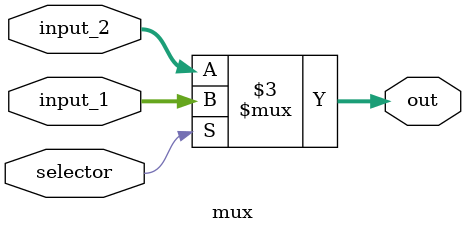
<source format=v>
module mux(input_1,input_2,selector,out);
input [31:0] input_1,input_2;
input selector;
output reg [31:0]out;

always @(*)
begin
    if(selector)
        out = input_1;
    else
        out = input_2;

end

endmodule
</source>
